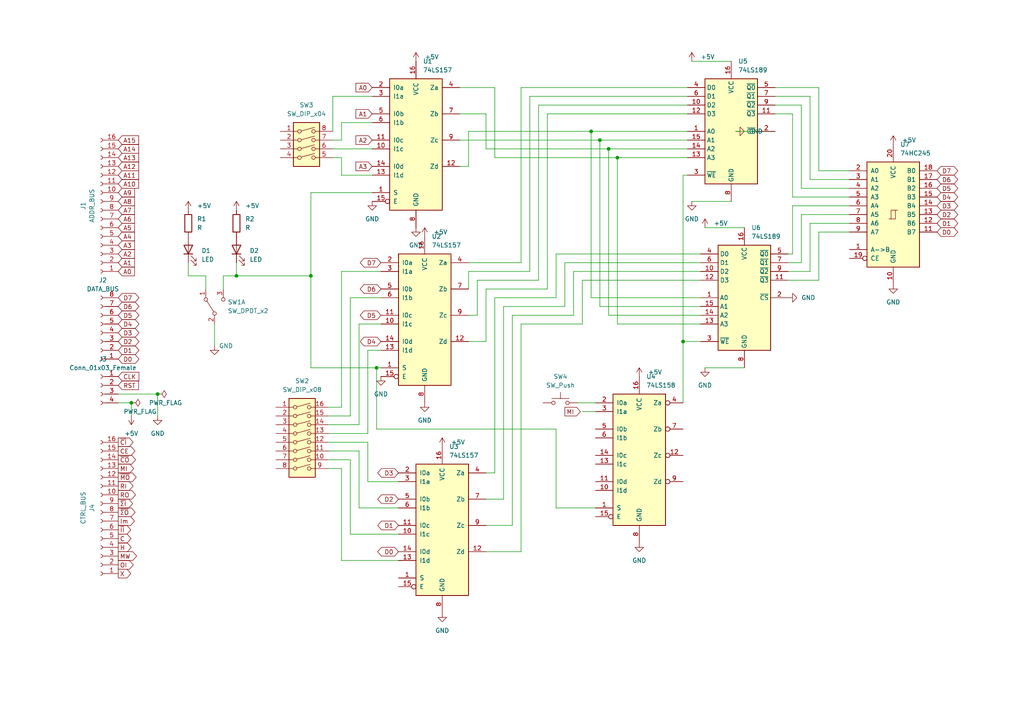
<source format=kicad_sch>
(kicad_sch (version 20211123) (generator eeschema)
  (paper "A4")
  (lib_symbols
    (symbol "74xx:74HC245" (pin_names (offset 1.016))
      (property "Reference" "U" (at -7.62 16.51 0))
      (property "Value" "74HC245" (at -7.62 -16.51 0))
      (symbol "74HC245_1_0"
        (polyline (pts (xy -0.635 -1.27) (xy -0.635 1.27) (xy 0.635 1.27)))
        (polyline (pts (xy -1.27 -1.27) (xy 0.635 -1.27) (xy 0.635 1.27) (xy 1.27 1.27)))
        (pin input line (at -12.7 -10.16 0) (length 5.08) (name "A->B") (number "1"))
        (pin power_in line (at 0 -20.32 90) (length 5.08) (name "GND") (number "10"))
        (pin tri_state line (at 12.7 -5.08 180) (length 5.08) (name "B7") (number "11"))
        (pin tri_state line (at 12.7 -2.54 180) (length 5.08) (name "B6") (number "12"))
        (pin tri_state line (at 12.7 0 180) (length 5.08) (name "B5") (number "13"))
        (pin tri_state line (at 12.7 2.54 180) (length 5.08) (name "B4") (number "14"))
        (pin tri_state line (at 12.7 5.08 180) (length 5.08) (name "B3") (number "15"))
        (pin tri_state line (at 12.7 7.62 180) (length 5.08) (name "B2") (number "16"))
        (pin tri_state line (at 12.7 10.16 180) (length 5.08) (name "B1") (number "17"))
        (pin tri_state line (at 12.7 12.7 180) (length 5.08) (name "B0") (number "18"))
        (pin input inverted (at -12.7 -12.7 0) (length 5.08) (name "CE") (number "19"))
        (pin tri_state line (at -12.7 12.7 0) (length 5.08) (name "A0") (number "2"))
        (pin power_in line (at 0 20.32 270) (length 5.08) (name "VCC") (number "20"))
        (pin tri_state line (at -12.7 10.16 0) (length 5.08) (name "A1") (number "3"))
        (pin tri_state line (at -12.7 7.62 0) (length 5.08) (name "A2") (number "4"))
        (pin tri_state line (at -12.7 5.08 0) (length 5.08) (name "A3") (number "5"))
        (pin tri_state line (at -12.7 2.54 0) (length 5.08) (name "A4") (number "6"))
        (pin tri_state line (at -12.7 0 0) (length 5.08) (name "A5") (number "7"))
        (pin tri_state line (at -12.7 -2.54 0) (length 5.08) (name "A6") (number "8"))
        (pin tri_state line (at -12.7 -5.08 0) (length 5.08) (name "A7") (number "9"))
      )
      (symbol "74HC245_1_1"
        (rectangle (start -7.62 15.24) (end 7.62 -15.24) (stroke (width 0.254)) (fill (type background)))
      )
    )
    (symbol "74xx:74LS157" (pin_names (offset 1.016))
      (property "Reference" "U" (at -7.62 19.05 0))
      (property "Value" "74LS157" (at -7.62 -21.59 0))
      (symbol "74LS157_1_0"
        (pin input line (at -12.7 -15.24 0) (length 5.08) (name "S") (number "1"))
        (pin input line (at -12.7 -2.54 0) (length 5.08) (name "I1c") (number "10"))
        (pin input line (at -12.7 0 0) (length 5.08) (name "I0c") (number "11"))
        (pin output line (at 12.7 -7.62 180) (length 5.08) (name "Zd") (number "12"))
        (pin input line (at -12.7 -10.16 0) (length 5.08) (name "I1d") (number "13"))
        (pin input line (at -12.7 -7.62 0) (length 5.08) (name "I0d") (number "14"))
        (pin input inverted (at -12.7 -17.78 0) (length 5.08) (name "E") (number "15"))
        (pin power_in line (at 0 22.86 270) (length 5.08) (name "VCC") (number "16"))
        (pin input line (at -12.7 15.24 0) (length 5.08) (name "I0a") (number "2"))
        (pin input line (at -12.7 12.7 0) (length 5.08) (name "I1a") (number "3"))
        (pin output line (at 12.7 15.24 180) (length 5.08) (name "Za") (number "4"))
        (pin input line (at -12.7 7.62 0) (length 5.08) (name "I0b") (number "5"))
        (pin input line (at -12.7 5.08 0) (length 5.08) (name "I1b") (number "6"))
        (pin output line (at 12.7 7.62 180) (length 5.08) (name "Zb") (number "7"))
        (pin power_in line (at 0 -25.4 90) (length 5.08) (name "GND") (number "8"))
        (pin output line (at 12.7 0 180) (length 5.08) (name "Zc") (number "9"))
      )
      (symbol "74LS157_1_1"
        (rectangle (start -7.62 17.78) (end 7.62 -20.32) (stroke (width 0.254)) (fill (type background)))
      )
    )
    (symbol "74xx:74LS158" (pin_names (offset 1.016))
      (property "Reference" "U" (at -7.62 19.05 0))
      (property "Value" "74LS158" (at -7.62 -21.59 0))
      (symbol "74LS158_1_0"
        (pin input line (at -12.7 -15.24 0) (length 5.08) (name "S") (number "1"))
        (pin input line (at -12.7 -10.16 0) (length 5.08) (name "I1d") (number "10"))
        (pin input line (at -12.7 -7.62 0) (length 5.08) (name "I0d") (number "11"))
        (pin output inverted (at 12.7 0 180) (length 5.08) (name "Zc") (number "12"))
        (pin input line (at -12.7 -2.54 0) (length 5.08) (name "I1c") (number "13"))
        (pin input line (at -12.7 0 0) (length 5.08) (name "I0c") (number "14"))
        (pin input inverted (at -12.7 -17.78 0) (length 5.08) (name "E") (number "15"))
        (pin power_in line (at 0 22.86 270) (length 5.08) (name "VCC") (number "16"))
        (pin input line (at -12.7 15.24 0) (length 5.08) (name "I0a") (number "2"))
        (pin input line (at -12.7 12.7 0) (length 5.08) (name "I1a") (number "3"))
        (pin output inverted (at 12.7 15.24 180) (length 5.08) (name "Za") (number "4"))
        (pin input line (at -12.7 7.62 0) (length 5.08) (name "I0b") (number "5"))
        (pin input line (at -12.7 5.08 0) (length 5.08) (name "I1b") (number "6"))
        (pin output inverted (at 12.7 7.62 180) (length 5.08) (name "Zb") (number "7"))
        (pin power_in line (at 0 -25.4 90) (length 5.08) (name "GND") (number "8"))
        (pin output inverted (at 12.7 -7.62 180) (length 5.08) (name "Zd") (number "9"))
      )
      (symbol "74LS158_1_1"
        (rectangle (start -7.62 17.78) (end 7.62 -20.32) (stroke (width 0.254)) (fill (type background)))
      )
    )
    (symbol "74xx:74LS189"
      (property "Reference" "U" (at -7.62 16.51 0))
      (property "Value" "74LS189" (at -7.62 -16.51 0))
      (symbol "74LS189_1_0"
        (pin input line (at -12.7 0 0) (length 5.08) (name "A0") (number "1"))
        (pin input line (at -12.7 7.62 0) (length 5.08) (name "D2") (number "10"))
        (pin output line (at 12.7 5.08 180) (length 5.08) (name "~{Q3}") (number "11"))
        (pin input line (at -12.7 5.08 0) (length 5.08) (name "D3") (number "12"))
        (pin input line (at -12.7 -7.62 0) (length 5.08) (name "A3") (number "13"))
        (pin input line (at -12.7 -5.08 0) (length 5.08) (name "A2") (number "14"))
        (pin input line (at -12.7 -2.54 0) (length 5.08) (name "A1") (number "15"))
        (pin power_in line (at 0 20.32 270) (length 5.08) (name "VCC") (number "16"))
        (pin output line (at 12.7 0 180) (length 5.08) (name "~{CS}") (number "2"))
        (pin input line (at -12.7 -12.7 0) (length 5.08) (name "~{WE}") (number "3"))
        (pin input line (at -12.7 12.7 0) (length 5.08) (name "D0") (number "4"))
        (pin output line (at 12.7 12.7 180) (length 5.08) (name "~{Q0}") (number "5"))
        (pin input line (at -12.7 10.16 0) (length 5.08) (name "D1") (number "6"))
        (pin output line (at 12.7 10.16 180) (length 5.08) (name "~{Q1}") (number "7"))
        (pin power_in line (at 0 -20.32 90) (length 5.08) (name "GND") (number "8"))
        (pin output line (at 12.7 7.62 180) (length 5.08) (name "~{Q2}") (number "9"))
      )
      (symbol "74LS189_1_1"
        (rectangle (start -7.62 15.24) (end 7.62 -15.24) (stroke (width 0.254)) (fill (type background)))
      )
    )
    (symbol "Connector:Conn_01x04_Female" (pin_names (offset 1.016) hide)
      (property "Reference" "J" (at 0 5.08 0))
      (property "Value" "Conn_01x04_Female" (at 0 -7.62 0))
      (symbol "Conn_01x04_Female_1_1"
        (arc (start 0 -4.572) (mid -0.508 -5.08) (end 0 -5.588) (stroke (width 0.1524)))
        (arc (start 0 -2.032) (mid -0.508 -2.54) (end 0 -3.048) (stroke (width 0.1524)))
        (polyline (pts (xy -1.27 -5.08) (xy -0.508 -5.08)) (stroke (width 0.1524)))
        (polyline (pts (xy -1.27 -2.54) (xy -0.508 -2.54)) (stroke (width 0.1524)))
        (polyline (pts (xy -1.27 0) (xy -0.508 0)) (stroke (width 0.1524)))
        (polyline (pts (xy -1.27 2.54) (xy -0.508 2.54)) (stroke (width 0.1524)))
        (arc (start 0 0.508) (mid -0.508 0) (end 0 -0.508) (stroke (width 0.1524)))
        (arc (start 0 3.048) (mid -0.508 2.54) (end 0 2.032) (stroke (width 0.1524)))
        (pin passive line (at -5.08 2.54 0) (length 3.81) (name "Pin_1") (number "1"))
        (pin passive line (at -5.08 0 0) (length 3.81) (name "Pin_2") (number "2"))
        (pin passive line (at -5.08 -2.54 0) (length 3.81) (name "Pin_3") (number "3"))
        (pin passive line (at -5.08 -5.08 0) (length 3.81) (name "Pin_4") (number "4"))
      )
    )
    (symbol "Connector:Conn_01x08_Female" (pin_names (offset 1.016) hide)
      (property "Reference" "J" (at 0 10.16 0))
      (property "Value" "Conn_01x08_Female" (at 0 -12.7 0))
      (symbol "Conn_01x08_Female_1_1"
        (arc (start 0 -9.652) (mid -0.508 -10.16) (end 0 -10.668) (stroke (width 0.1524)))
        (arc (start 0 -7.112) (mid -0.508 -7.62) (end 0 -8.128) (stroke (width 0.1524)))
        (arc (start 0 -4.572) (mid -0.508 -5.08) (end 0 -5.588) (stroke (width 0.1524)))
        (arc (start 0 -2.032) (mid -0.508 -2.54) (end 0 -3.048) (stroke (width 0.1524)))
        (polyline (pts (xy -1.27 -10.16) (xy -0.508 -10.16)) (stroke (width 0.1524)))
        (polyline (pts (xy -1.27 -7.62) (xy -0.508 -7.62)) (stroke (width 0.1524)))
        (polyline (pts (xy -1.27 -5.08) (xy -0.508 -5.08)) (stroke (width 0.1524)))
        (polyline (pts (xy -1.27 -2.54) (xy -0.508 -2.54)) (stroke (width 0.1524)))
        (polyline (pts (xy -1.27 0) (xy -0.508 0)) (stroke (width 0.1524)))
        (polyline (pts (xy -1.27 2.54) (xy -0.508 2.54)) (stroke (width 0.1524)))
        (polyline (pts (xy -1.27 5.08) (xy -0.508 5.08)) (stroke (width 0.1524)))
        (polyline (pts (xy -1.27 7.62) (xy -0.508 7.62)) (stroke (width 0.1524)))
        (arc (start 0 0.508) (mid -0.508 0) (end 0 -0.508) (stroke (width 0.1524)))
        (arc (start 0 3.048) (mid -0.508 2.54) (end 0 2.032) (stroke (width 0.1524)))
        (arc (start 0 5.588) (mid -0.508 5.08) (end 0 4.572) (stroke (width 0.1524)))
        (arc (start 0 8.128) (mid -0.508 7.62) (end 0 7.112) (stroke (width 0.1524)))
        (pin passive line (at -5.08 7.62 0) (length 3.81) (name "Pin_1") (number "1"))
        (pin passive line (at -5.08 5.08 0) (length 3.81) (name "Pin_2") (number "2"))
        (pin passive line (at -5.08 2.54 0) (length 3.81) (name "Pin_3") (number "3"))
        (pin passive line (at -5.08 0 0) (length 3.81) (name "Pin_4") (number "4"))
        (pin passive line (at -5.08 -2.54 0) (length 3.81) (name "Pin_5") (number "5"))
        (pin passive line (at -5.08 -5.08 0) (length 3.81) (name "Pin_6") (number "6"))
        (pin passive line (at -5.08 -7.62 0) (length 3.81) (name "Pin_7") (number "7"))
        (pin passive line (at -5.08 -10.16 0) (length 3.81) (name "Pin_8") (number "8"))
      )
    )
    (symbol "Connector:Conn_01x16_Female" (pin_names (offset 1.016) hide)
      (property "Reference" "J" (at 0 20.32 0))
      (property "Value" "Conn_01x16_Female" (at 0 -22.86 0))
      (symbol "Conn_01x16_Female_1_1"
        (arc (start 0 -19.812) (mid -0.508 -20.32) (end 0 -20.828) (stroke (width 0.1524)))
        (arc (start 0 -17.272) (mid -0.508 -17.78) (end 0 -18.288) (stroke (width 0.1524)))
        (arc (start 0 -14.732) (mid -0.508 -15.24) (end 0 -15.748) (stroke (width 0.1524)))
        (arc (start 0 -12.192) (mid -0.508 -12.7) (end 0 -13.208) (stroke (width 0.1524)))
        (arc (start 0 -9.652) (mid -0.508 -10.16) (end 0 -10.668) (stroke (width 0.1524)))
        (arc (start 0 -7.112) (mid -0.508 -7.62) (end 0 -8.128) (stroke (width 0.1524)))
        (arc (start 0 -4.572) (mid -0.508 -5.08) (end 0 -5.588) (stroke (width 0.1524)))
        (arc (start 0 -2.032) (mid -0.508 -2.54) (end 0 -3.048) (stroke (width 0.1524)))
        (polyline (pts (xy -1.27 -20.32) (xy -0.508 -20.32)) (stroke (width 0.1524)))
        (polyline (pts (xy -1.27 -17.78) (xy -0.508 -17.78)) (stroke (width 0.1524)))
        (polyline (pts (xy -1.27 -15.24) (xy -0.508 -15.24)) (stroke (width 0.1524)))
        (polyline (pts (xy -1.27 -12.7) (xy -0.508 -12.7)) (stroke (width 0.1524)))
        (polyline (pts (xy -1.27 -10.16) (xy -0.508 -10.16)) (stroke (width 0.1524)))
        (polyline (pts (xy -1.27 -7.62) (xy -0.508 -7.62)) (stroke (width 0.1524)))
        (polyline (pts (xy -1.27 -5.08) (xy -0.508 -5.08)) (stroke (width 0.1524)))
        (polyline (pts (xy -1.27 -2.54) (xy -0.508 -2.54)) (stroke (width 0.1524)))
        (polyline (pts (xy -1.27 0) (xy -0.508 0)) (stroke (width 0.1524)))
        (polyline (pts (xy -1.27 2.54) (xy -0.508 2.54)) (stroke (width 0.1524)))
        (polyline (pts (xy -1.27 5.08) (xy -0.508 5.08)) (stroke (width 0.1524)))
        (polyline (pts (xy -1.27 7.62) (xy -0.508 7.62)) (stroke (width 0.1524)))
        (polyline (pts (xy -1.27 10.16) (xy -0.508 10.16)) (stroke (width 0.1524)))
        (polyline (pts (xy -1.27 12.7) (xy -0.508 12.7)) (stroke (width 0.1524)))
        (polyline (pts (xy -1.27 15.24) (xy -0.508 15.24)) (stroke (width 0.1524)))
        (polyline (pts (xy -1.27 17.78) (xy -0.508 17.78)) (stroke (width 0.1524)))
        (arc (start 0 0.508) (mid -0.508 0) (end 0 -0.508) (stroke (width 0.1524)))
        (arc (start 0 3.048) (mid -0.508 2.54) (end 0 2.032) (stroke (width 0.1524)))
        (arc (start 0 5.588) (mid -0.508 5.08) (end 0 4.572) (stroke (width 0.1524)))
        (arc (start 0 8.128) (mid -0.508 7.62) (end 0 7.112) (stroke (width 0.1524)))
        (arc (start 0 10.668) (mid -0.508 10.16) (end 0 9.652) (stroke (width 0.1524)))
        (arc (start 0 13.208) (mid -0.508 12.7) (end 0 12.192) (stroke (width 0.1524)))
        (arc (start 0 15.748) (mid -0.508 15.24) (end 0 14.732) (stroke (width 0.1524)))
        (arc (start 0 18.288) (mid -0.508 17.78) (end 0 17.272) (stroke (width 0.1524)))
        (pin passive line (at -5.08 17.78 0) (length 3.81) (name "Pin_1") (number "1"))
        (pin passive line (at -5.08 -5.08 0) (length 3.81) (name "Pin_10") (number "10"))
        (pin passive line (at -5.08 -7.62 0) (length 3.81) (name "Pin_11") (number "11"))
        (pin passive line (at -5.08 -10.16 0) (length 3.81) (name "Pin_12") (number "12"))
        (pin passive line (at -5.08 -12.7 0) (length 3.81) (name "Pin_13") (number "13"))
        (pin passive line (at -5.08 -15.24 0) (length 3.81) (name "Pin_14") (number "14"))
        (pin passive line (at -5.08 -17.78 0) (length 3.81) (name "Pin_15") (number "15"))
        (pin passive line (at -5.08 -20.32 0) (length 3.81) (name "Pin_16") (number "16"))
        (pin passive line (at -5.08 15.24 0) (length 3.81) (name "Pin_2") (number "2"))
        (pin passive line (at -5.08 12.7 0) (length 3.81) (name "Pin_3") (number "3"))
        (pin passive line (at -5.08 10.16 0) (length 3.81) (name "Pin_4") (number "4"))
        (pin passive line (at -5.08 7.62 0) (length 3.81) (name "Pin_5") (number "5"))
        (pin passive line (at -5.08 5.08 0) (length 3.81) (name "Pin_6") (number "6"))
        (pin passive line (at -5.08 2.54 0) (length 3.81) (name "Pin_7") (number "7"))
        (pin passive line (at -5.08 0 0) (length 3.81) (name "Pin_8") (number "8"))
        (pin passive line (at -5.08 -2.54 0) (length 3.81) (name "Pin_9") (number "9"))
      )
    )
    (symbol "Device:LED" (pin_numbers hide) (pin_names (offset 1.016) hide)
      (property "Reference" "D" (at 0 2.54 0))
      (property "Value" "LED" (at 0 -2.54 0))
      (symbol "LED_0_1"
        (polyline (pts (xy -1.27 -1.27) (xy -1.27 1.27)) (stroke (width 0.254)))
        (polyline (pts (xy -1.27 0) (xy 1.27 0)))
        (polyline (pts (xy 1.27 -1.27) (xy 1.27 1.27) (xy -1.27 0) (xy 1.27 -1.27)) (stroke (width 0.254)))
        (polyline (pts (xy -3.048 -0.762) (xy -4.572 -2.286) (xy -3.81 -2.286) (xy -4.572 -2.286) (xy -4.572 -1.524)))
        (polyline (pts (xy -1.778 -0.762) (xy -3.302 -2.286) (xy -2.54 -2.286) (xy -3.302 -2.286) (xy -3.302 -1.524)))
      )
      (symbol "LED_1_1"
        (pin passive line (at -3.81 0 0) (length 2.54) (name "K") (number "1"))
        (pin passive line (at 3.81 0 180) (length 2.54) (name "A") (number "2"))
      )
    )
    (symbol "Device:R" (pin_numbers hide) (pin_names (offset 0))
      (property "Reference" "R" (at 2.032 0 90))
      (property "Value" "R" (at 0 0 90))
      (symbol "R_0_1"
        (rectangle (start -1.016 -2.54) (end 1.016 2.54) (stroke (width 0.254)))
      )
      (symbol "R_1_1"
        (pin passive line (at 0 3.81 270) (length 1.27) (name "~") (number "1"))
        (pin passive line (at 0 -3.81 90) (length 1.27) (name "~") (number "2"))
      )
    )
    (symbol "Switch:SW_DIP_x04" (pin_names (offset 0) hide)
      (property "Reference" "SW" (at 0 8.89 0))
      (property "Value" "SW_DIP_x04" (at 0 -6.35 0))
      (symbol "SW_DIP_x04_0_0"
        (circle (center -2.032 -2.54) (radius 0.508))
        (circle (center -2.032 0) (radius 0.508))
        (circle (center -2.032 2.54) (radius 0.508))
        (circle (center -2.032 5.08) (radius 0.508))
        (polyline (pts (xy -1.524 -2.3876) (xy 2.3622 -1.3462)))
        (polyline (pts (xy -1.524 0.127) (xy 2.3622 1.1684)))
        (polyline (pts (xy -1.524 2.667) (xy 2.3622 3.7084)))
        (polyline (pts (xy -1.524 5.207) (xy 2.3622 6.2484)))
        (circle (center 2.032 -2.54) (radius 0.508))
        (circle (center 2.032 0) (radius 0.508))
        (circle (center 2.032 2.54) (radius 0.508))
        (circle (center 2.032 5.08) (radius 0.508))
      )
      (symbol "SW_DIP_x04_0_1"
        (rectangle (start -3.81 7.62) (end 3.81 -5.08) (stroke (width 0.254)) (fill (type background)))
      )
      (symbol "SW_DIP_x04_1_1"
        (pin passive line (at -7.62 5.08 0) (length 5.08) (name "~") (number "1"))
        (pin passive line (at -7.62 2.54 0) (length 5.08) (name "~") (number "2"))
        (pin passive line (at -7.62 0 0) (length 5.08) (name "~") (number "3"))
        (pin passive line (at -7.62 -2.54 0) (length 5.08) (name "~") (number "4"))
        (pin passive line (at 7.62 -2.54 180) (length 5.08) (name "~") (number "5"))
        (pin passive line (at 7.62 0 180) (length 5.08) (name "~") (number "6"))
        (pin passive line (at 7.62 2.54 180) (length 5.08) (name "~") (number "7"))
        (pin passive line (at 7.62 5.08 180) (length 5.08) (name "~") (number "8"))
      )
    )
    (symbol "Switch:SW_DIP_x08" (pin_names (offset 0) hide)
      (property "Reference" "SW" (at 0 13.97 0))
      (property "Value" "SW_DIP_x08" (at 0 -11.43 0))
      (symbol "SW_DIP_x08_0_0"
        (circle (center -2.032 -7.62) (radius 0.508))
        (circle (center -2.032 -5.08) (radius 0.508))
        (circle (center -2.032 -2.54) (radius 0.508))
        (circle (center -2.032 0) (radius 0.508))
        (circle (center -2.032 2.54) (radius 0.508))
        (circle (center -2.032 5.08) (radius 0.508))
        (circle (center -2.032 7.62) (radius 0.508))
        (circle (center -2.032 10.16) (radius 0.508))
        (polyline (pts (xy -1.524 -7.4676) (xy 2.3622 -6.4262)))
        (polyline (pts (xy -1.524 -4.9276) (xy 2.3622 -3.8862)))
        (polyline (pts (xy -1.524 -2.3876) (xy 2.3622 -1.3462)))
        (polyline (pts (xy -1.524 0.127) (xy 2.3622 1.1684)))
        (polyline (pts (xy -1.524 2.667) (xy 2.3622 3.7084)))
        (polyline (pts (xy -1.524 5.207) (xy 2.3622 6.2484)))
        (polyline (pts (xy -1.524 7.747) (xy 2.3622 8.7884)))
        (polyline (pts (xy -1.524 10.287) (xy 2.3622 11.3284)))
        (circle (center 2.032 -7.62) (radius 0.508))
        (circle (center 2.032 -5.08) (radius 0.508))
        (circle (center 2.032 -2.54) (radius 0.508))
        (circle (center 2.032 0) (radius 0.508))
        (circle (center 2.032 2.54) (radius 0.508))
        (circle (center 2.032 5.08) (radius 0.508))
        (circle (center 2.032 7.62) (radius 0.508))
        (circle (center 2.032 10.16) (radius 0.508))
      )
      (symbol "SW_DIP_x08_0_1"
        (rectangle (start -3.81 12.7) (end 3.81 -10.16) (stroke (width 0.254)) (fill (type background)))
      )
      (symbol "SW_DIP_x08_1_1"
        (pin passive line (at -7.62 10.16 0) (length 5.08) (name "~") (number "1"))
        (pin passive line (at 7.62 -5.08 180) (length 5.08) (name "~") (number "10"))
        (pin passive line (at 7.62 -2.54 180) (length 5.08) (name "~") (number "11"))
        (pin passive line (at 7.62 0 180) (length 5.08) (name "~") (number "12"))
        (pin passive line (at 7.62 2.54 180) (length 5.08) (name "~") (number "13"))
        (pin passive line (at 7.62 5.08 180) (length 5.08) (name "~") (number "14"))
        (pin passive line (at 7.62 7.62 180) (length 5.08) (name "~") (number "15"))
        (pin passive line (at 7.62 10.16 180) (length 5.08) (name "~") (number "16"))
        (pin passive line (at -7.62 7.62 0) (length 5.08) (name "~") (number "2"))
        (pin passive line (at -7.62 5.08 0) (length 5.08) (name "~") (number "3"))
        (pin passive line (at -7.62 2.54 0) (length 5.08) (name "~") (number "4"))
        (pin passive line (at -7.62 0 0) (length 5.08) (name "~") (number "5"))
        (pin passive line (at -7.62 -2.54 0) (length 5.08) (name "~") (number "6"))
        (pin passive line (at -7.62 -5.08 0) (length 5.08) (name "~") (number "7"))
        (pin passive line (at -7.62 -7.62 0) (length 5.08) (name "~") (number "8"))
        (pin passive line (at 7.62 -7.62 180) (length 5.08) (name "~") (number "9"))
      )
    )
    (symbol "Switch:SW_DPDT_x2" (pin_names (offset 0) hide)
      (property "Reference" "SW" (at 0 4.318 0))
      (property "Value" "SW_DPDT_x2" (at 0 -5.08 0))
      (symbol "SW_DPDT_x2_0_0"
        (circle (center -2.032 0) (radius 0.508))
        (circle (center 2.032 -2.54) (radius 0.508))
      )
      (symbol "SW_DPDT_x2_0_1"
        (polyline (pts (xy -1.524 0.254) (xy 1.651 2.286)))
        (circle (center 2.032 2.54) (radius 0.508))
      )
      (symbol "SW_DPDT_x2_1_1"
        (pin passive line (at 5.08 2.54 180) (length 2.54) (name "A") (number "1"))
        (pin passive line (at -5.08 0 0) (length 2.54) (name "B") (number "2"))
        (pin passive line (at 5.08 -2.54 180) (length 2.54) (name "C") (number "3"))
      )
      (symbol "SW_DPDT_x2_2_1"
        (pin passive line (at 5.08 2.54 180) (length 2.54) (name "A") (number "4"))
        (pin passive line (at -5.08 0 0) (length 2.54) (name "B") (number "5"))
        (pin passive line (at 5.08 -2.54 180) (length 2.54) (name "C") (number "6"))
      )
    )
    (symbol "Switch:SW_Push" (pin_numbers hide) (pin_names (offset 1.016) hide)
      (property "Reference" "SW" (at 1.27 2.54 0))
      (property "Value" "SW_Push" (at 0 -1.524 0))
      (symbol "SW_Push_0_1"
        (circle (center -2.032 0) (radius 0.508))
        (polyline (pts (xy 0 1.27) (xy 0 3.048)))
        (polyline (pts (xy 2.54 1.27) (xy -2.54 1.27)))
        (circle (center 2.032 0) (radius 0.508))
        (pin passive line (at -5.08 0 0) (length 2.54) (name "1") (number "1"))
        (pin passive line (at 5.08 0 180) (length 2.54) (name "2") (number "2"))
      )
    )
    (symbol "power:+5V" (power) (pin_names (offset 0))
      (property "Value" "+5V" (at 0 3.556 0))
      (symbol "+5V_0_1"
        (polyline (pts (xy -0.762 1.27) (xy 0 2.54)))
        (polyline (pts (xy 0 0) (xy 0 2.54)))
        (polyline (pts (xy 0 2.54) (xy 0.762 1.27)))
      )
      (symbol "+5V_1_1"
        (pin power_in line (at 0 0 90) (length 0) hide (name "+5V") (number "1"))
      )
    )
    (symbol "power:GND" (power) (pin_names (offset 0))
      (property "Value" "GND" (at 0 -3.81 0))
      (symbol "GND_0_1"
        (polyline (pts (xy 0 0) (xy 0 -1.27) (xy 1.27 -1.27) (xy 0 -2.54) (xy -1.27 -1.27) (xy 0 -1.27)))
      )
      (symbol "GND_1_1"
        (pin power_in line (at 0 0 270) (length 0) hide (name "GND") (number "1"))
      )
    )
    (symbol "power:PWR_FLAG" (power) (pin_numbers hide) (pin_names (offset 0) hide)
      (property "Value" "PWR_FLAG" (at 0 3.81 0))
      (symbol "PWR_FLAG_0_0"
        (pin power_out line (at 0 0 90) (length 0) (name "pwr") (number "1"))
      )
      (symbol "PWR_FLAG_0_1"
        (polyline (pts (xy 0 0) (xy 0 1.27) (xy -1.016 1.905) (xy 0 2.54) (xy 1.016 1.905) (xy 0 1.27)))
      )
    )
  )
  (junction (at 176.53 43.18))
  (junction (at 90.17 80.01))
  (junction (at 179.07 45.72))
  (junction (at 173.99 40.64))
  (junction (at 198.12 99.06))
  (junction (at 109.22 106.68))
  (junction (at 38.1 116.84))
  (junction (at 171.45 38.1))
  (junction (at 68.58 80.01))
  (junction (at 45.72 114.3))
  (wire (pts (xy 146.05 144.78) (xy 146.05 88.9)))
  (wire (pts (xy 148.59 91.44) (xy 166.37 91.44)))
  (wire (pts (xy 151.13 25.4) (xy 199.39 25.4)))
  (wire (pts (xy 101.6 120.65) (xy 101.6 86.36)))
  (wire (pts (xy 151.13 160.02) (xy 151.13 93.98)))
  (wire (pts (xy 143.51 86.36) (xy 161.29 86.36)))
  (wire (pts (xy 135.89 99.06) (xy 140.97 99.06)))
  (wire (pts (xy 133.35 40.64) (xy 173.99 40.64)))
  (wire (pts (xy 156.21 30.48) (xy 199.39 30.48)))
  (wire (pts (xy 234.95 52.07) (xy 246.38 52.07)))
  (wire (pts (xy 148.59 152.4) (xy 148.59 91.44)))
  (wire (pts (xy 176.53 43.18) (xy 176.53 91.44)))
  (wire (pts (xy 138.43 81.28) (xy 156.21 81.28)))
  (wire (pts (xy 173.99 40.64) (xy 199.39 40.64)))
  (wire (pts (xy 161.29 147.32) (xy 172.72 147.32)))
  (wire (pts (xy 140.97 137.16) (xy 143.51 137.16)))
  (wire (pts (xy 229.87 59.69) (xy 246.38 59.69)))
  (wire (pts (xy 224.79 38.1) (xy 213.36 38.1)))
  (wire (pts (xy 106.68 125.73) (xy 106.68 101.6)))
  (wire (pts (xy 109.22 124.46) (xy 161.29 124.46)))
  (wire (pts (xy 135.89 83.82) (xy 135.89 78.74)))
  (wire (pts (xy 101.6 133.35) (xy 101.6 154.94)))
  (wire (pts (xy 237.49 25.4) (xy 237.49 49.53)))
  (wire (pts (xy 95.25 120.65) (xy 101.6 120.65)))
  (wire (pts (xy 168.91 93.98) (xy 168.91 81.28)))
  (wire (pts (xy 135.89 76.2) (xy 151.13 76.2)))
  (wire (pts (xy 161.29 73.66) (xy 161.29 86.36)))
  (wire (pts (xy 104.14 93.98) (xy 110.49 93.98)))
  (wire (pts (xy 158.75 33.02) (xy 158.75 83.82)))
  (wire (pts (xy 156.21 30.48) (xy 156.21 81.28)))
  (wire (pts (xy 215.9 106.68) (xy 204.47 106.68)))
  (wire (pts (xy 99.06 135.89) (xy 99.06 162.56)))
  (wire (pts (xy 140.97 83.82) (xy 158.75 83.82)))
  (wire (pts (xy 95.25 125.73) (xy 106.68 125.73)))
  (wire (pts (xy 203.2 99.06) (xy 198.12 99.06)))
  (wire (pts (xy 140.97 160.02) (xy 151.13 160.02)))
  (wire (pts (xy 232.41 54.61) (xy 246.38 54.61)))
  (wire (pts (xy 95.25 123.19) (xy 104.14 123.19)))
  (wire (pts (xy 99.06 40.64) (xy 99.06 35.56)))
  (wire (pts (xy 173.99 40.64) (xy 173.99 88.9)))
  (wire (pts (xy 198.12 50.8) (xy 198.12 99.06)))
  (wire (pts (xy 179.07 93.98) (xy 203.2 93.98)))
  (wire (pts (xy 166.37 91.44) (xy 166.37 78.74)))
  (wire (pts (xy 168.91 81.28) (xy 203.2 81.28)))
  (wire (pts (xy 106.68 139.7) (xy 115.57 139.7)))
  (wire (pts (xy 176.53 43.18) (xy 199.39 43.18)))
  (wire (pts (xy 224.79 25.4) (xy 237.49 25.4)))
  (wire (pts (xy 54.61 76.2) (xy 54.61 80.01)))
  (wire (pts (xy 34.29 116.84) (xy 38.1 116.84)))
  (wire (pts (xy 140.97 99.06) (xy 140.97 83.82)))
  (wire (pts (xy 179.07 45.72) (xy 179.07 93.98)))
  (wire (pts (xy 140.97 152.4) (xy 148.59 152.4)))
  (wire (pts (xy 228.6 78.74) (xy 234.95 78.74)))
  (wire (pts (xy 171.45 38.1) (xy 199.39 38.1)))
  (wire (pts (xy 228.6 73.66) (xy 229.87 73.66)))
  (wire (pts (xy 173.99 88.9) (xy 203.2 88.9)))
  (wire (pts (xy 171.45 38.1) (xy 171.45 86.36)))
  (wire (pts (xy 138.43 91.44) (xy 138.43 81.28)))
  (wire (pts (xy 106.68 128.27) (xy 106.68 139.7)))
  (wire (pts (xy 99.06 118.11) (xy 99.06 78.74)))
  (wire (pts (xy 45.72 114.3) (xy 45.72 120.65)))
  (wire (pts (xy 68.58 80.01) (xy 90.17 80.01)))
  (wire (pts (xy 158.75 33.02) (xy 199.39 33.02)))
  (wire (pts (xy 104.14 147.32) (xy 115.57 147.32)))
  (wire (pts (xy 229.87 33.02) (xy 229.87 57.15)))
  (wire (pts (xy 232.41 30.48) (xy 232.41 54.61)))
  (wire (pts (xy 106.68 101.6) (xy 110.49 101.6)))
  (wire (pts (xy 90.17 80.01) (xy 90.17 55.88)))
  (wire (pts (xy 90.17 80.01) (xy 90.17 106.68)))
  (wire (pts (xy 212.09 58.42) (xy 200.66 58.42)))
  (wire (pts (xy 90.17 106.68) (xy 109.22 106.68)))
  (wire (pts (xy 99.06 45.72) (xy 99.06 50.8)))
  (wire (pts (xy 64.77 83.82) (xy 64.77 80.01)))
  (wire (pts (xy 95.25 135.89) (xy 99.06 135.89)))
  (wire (pts (xy 166.37 78.74) (xy 203.2 78.74)))
  (wire (pts (xy 99.06 78.74) (xy 110.49 78.74)))
  (wire (pts (xy 104.14 123.19) (xy 104.14 93.98)))
  (wire (pts (xy 101.6 86.36) (xy 110.49 86.36)))
  (wire (pts (xy 215.9 66.04) (xy 204.47 66.04)))
  (wire (pts (xy 224.79 33.02) (xy 229.87 33.02)))
  (wire (pts (xy 95.25 128.27) (xy 106.68 128.27)))
  (wire (pts (xy 179.07 45.72) (xy 199.39 45.72)))
  (wire (pts (xy 143.51 45.72) (xy 179.07 45.72)))
  (wire (pts (xy 96.52 40.64) (xy 99.06 40.64)))
  (wire (pts (xy 198.12 99.06) (xy 198.12 116.84)))
  (wire (pts (xy 168.91 119.38) (xy 172.72 119.38)))
  (wire (pts (xy 96.52 38.1) (xy 96.52 27.94)))
  (wire (pts (xy 135.89 38.1) (xy 135.89 48.26)))
  (wire (pts (xy 95.25 133.35) (xy 101.6 133.35)))
  (wire (pts (xy 34.29 114.3) (xy 45.72 114.3)))
  (wire (pts (xy 140.97 33.02) (xy 140.97 43.18)))
  (wire (pts (xy 232.41 76.2) (xy 232.41 62.23)))
  (wire (pts (xy 163.83 76.2) (xy 203.2 76.2)))
  (wire (pts (xy 143.51 137.16) (xy 143.51 86.36)))
  (wire (pts (xy 96.52 27.94) (xy 107.95 27.94)))
  (wire (pts (xy 135.89 91.44) (xy 138.43 91.44)))
  (wire (pts (xy 146.05 88.9) (xy 163.83 88.9)))
  (wire (pts (xy 90.17 55.88) (xy 107.95 55.88)))
  (wire (pts (xy 224.79 30.48) (xy 232.41 30.48)))
  (wire (pts (xy 135.89 78.74) (xy 153.67 78.74)))
  (wire (pts (xy 237.49 67.31) (xy 246.38 67.31)))
  (wire (pts (xy 95.25 130.81) (xy 104.14 130.81)))
  (wire (pts (xy 54.61 80.01) (xy 59.69 80.01)))
  (wire (pts (xy 133.35 48.26) (xy 135.89 48.26)))
  (wire (pts (xy 224.79 27.94) (xy 234.95 27.94)))
  (wire (pts (xy 101.6 154.94) (xy 115.57 154.94)))
  (wire (pts (xy 143.51 45.72) (xy 143.51 25.4)))
  (wire (pts (xy 96.52 45.72) (xy 99.06 45.72)))
  (wire (pts (xy 140.97 43.18) (xy 176.53 43.18)))
  (wire (pts (xy 153.67 27.94) (xy 199.39 27.94)))
  (wire (pts (xy 143.51 25.4) (xy 133.35 25.4)))
  (wire (pts (xy 59.69 80.01) (xy 59.69 83.82)))
  (wire (pts (xy 167.64 116.84) (xy 172.72 116.84)))
  (wire (pts (xy 151.13 93.98) (xy 168.91 93.98)))
  (wire (pts (xy 68.58 80.01) (xy 68.58 76.2)))
  (wire (pts (xy 96.52 43.18) (xy 107.95 43.18)))
  (wire (pts (xy 133.35 33.02) (xy 140.97 33.02)))
  (wire (pts (xy 99.06 162.56) (xy 115.57 162.56)))
  (wire (pts (xy 234.95 64.77) (xy 246.38 64.77)))
  (wire (pts (xy 229.87 73.66) (xy 229.87 59.69)))
  (wire (pts (xy 109.22 106.68) (xy 109.22 124.46)))
  (wire (pts (xy 234.95 78.74) (xy 234.95 64.77)))
  (wire (pts (xy 234.95 27.94) (xy 234.95 52.07)))
  (wire (pts (xy 237.49 81.28) (xy 237.49 67.31)))
  (wire (pts (xy 199.39 50.8) (xy 198.12 50.8)))
  (wire (pts (xy 237.49 49.53) (xy 246.38 49.53)))
  (wire (pts (xy 171.45 38.1) (xy 135.89 38.1)))
  (wire (pts (xy 163.83 76.2) (xy 163.83 88.9)))
  (wire (pts (xy 109.22 106.68) (xy 110.49 106.68)))
  (wire (pts (xy 153.67 27.94) (xy 153.67 78.74)))
  (wire (pts (xy 176.53 91.44) (xy 203.2 91.44)))
  (wire (pts (xy 229.87 57.15) (xy 246.38 57.15)))
  (wire (pts (xy 62.23 100.33) (xy 62.23 93.98)))
  (wire (pts (xy 161.29 124.46) (xy 161.29 147.32)))
  (wire (pts (xy 99.06 35.56) (xy 107.95 35.56)))
  (wire (pts (xy 64.77 80.01) (xy 68.58 80.01)))
  (wire (pts (xy 151.13 25.4) (xy 151.13 76.2)))
  (wire (pts (xy 99.06 50.8) (xy 107.95 50.8)))
  (wire (pts (xy 228.6 76.2) (xy 232.41 76.2)))
  (wire (pts (xy 95.25 118.11) (xy 99.06 118.11)))
  (wire (pts (xy 104.14 130.81) (xy 104.14 147.32)))
  (wire (pts (xy 228.6 81.28) (xy 237.49 81.28)))
  (wire (pts (xy 161.29 73.66) (xy 203.2 73.66)))
  (wire (pts (xy 38.1 116.84) (xy 38.1 120.65)))
  (wire (pts (xy 140.97 144.78) (xy 146.05 144.78)))
  (wire (pts (xy 212.09 17.78) (xy 200.66 17.78)))
  (wire (pts (xy 232.41 62.23) (xy 246.38 62.23)))
  (wire (pts (xy 171.45 86.36) (xy 203.2 86.36)))
  (global_label "A0" (shape input) (at 107.95 25.4 180) (property "Intersheet References" "${INTERSHEET_REFS}" (effects hide)))
  (global_label "D2" (shape tri_state) (at 34.29 99.06 0) (property "Intersheet References" "${INTERSHEET_REFS}" (effects hide)))
  (global_label "D2" (shape tri_state) (at 115.57 144.78 180) (property "Intersheet References" "${INTERSHEET_REFS}" (effects hide)))
  (global_label "X" (shape output) (at 34.29 166.37 0) (property "Intersheet References" "${INTERSHEET_REFS}" (effects hide)))
  (global_label "A14" (shape input) (at 34.29 43.18 0) (property "Intersheet References" "${INTERSHEET_REFS}" (effects hide)))
  (global_label "A11" (shape input) (at 34.29 50.8 0) (property "Intersheet References" "${INTERSHEET_REFS}" (effects hide)))
  (global_label "D7" (shape tri_state) (at 271.78 49.53 0) (property "Intersheet References" "${INTERSHEET_REFS}" (effects hide)))
  (global_label "D0" (shape tri_state) (at 34.29 104.14 0) (property "Intersheet References" "${INTERSHEET_REFS}" (effects hide)))
  (global_label "D1" (shape tri_state) (at 271.78 64.77 0) (property "Intersheet References" "${INTERSHEET_REFS}" (effects hide)))
  (global_label "CLK" (shape input) (at 34.29 109.22 0) (property "Intersheet References" "${INTERSHEET_REFS}" (effects hide)))
  (global_label "A13" (shape input) (at 34.29 45.72 0) (property "Intersheet References" "${INTERSHEET_REFS}" (effects hide)))
  (global_label "D4" (shape tri_state) (at 271.78 57.15 0) (property "Intersheet References" "${INTERSHEET_REFS}" (effects hide)))
  (global_label "~{ΣO}" (shape output) (at 34.29 148.59 0) (property "Intersheet References" "${INTERSHEET_REFS}" (effects hide)))
  (global_label "~{MO}" (shape output) (at 34.29 138.43 0) (property "Intersheet References" "${INTERSHEET_REFS}" (effects hide)))
  (global_label "~{CI}" (shape output) (at 34.29 128.27 0) (property "Intersheet References" "${INTERSHEET_REFS}" (effects hide)))
  (global_label "D5" (shape tri_state) (at 110.49 91.44 180) (property "Intersheet References" "${INTERSHEET_REFS}" (effects hide)))
  (global_label "A15" (shape input) (at 34.29 40.64 0) (property "Intersheet References" "${INTERSHEET_REFS}" (effects hide)))
  (global_label "D3" (shape tri_state) (at 115.57 137.16 180) (property "Intersheet References" "${INTERSHEET_REFS}" (effects hide)))
  (global_label "MW" (shape output) (at 34.29 161.29 0) (property "Intersheet References" "${INTERSHEET_REFS}" (effects hide)))
  (global_label "A3" (shape input) (at 34.29 71.12 0) (property "Intersheet References" "${INTERSHEET_REFS}" (effects hide)))
  (global_label "A1" (shape input) (at 107.95 33.02 180) (property "Intersheet References" "${INTERSHEET_REFS}" (effects hide)))
  (global_label "D4" (shape tri_state) (at 110.49 99.06 180) (property "Intersheet References" "${INTERSHEET_REFS}" (effects hide)))
  (global_label "A12" (shape input) (at 34.29 48.26 0) (property "Intersheet References" "${INTERSHEET_REFS}" (effects hide)))
  (global_label "~{II}" (shape output) (at 34.29 153.67 0) (property "Intersheet References" "${INTERSHEET_REFS}" (effects hide)))
  (global_label "D1" (shape tri_state) (at 34.29 101.6 0) (property "Intersheet References" "${INTERSHEET_REFS}" (effects hide)))
  (global_label "D6" (shape tri_state) (at 34.29 88.9 0) (property "Intersheet References" "${INTERSHEET_REFS}" (effects hide)))
  (global_label "A4" (shape input) (at 34.29 68.58 0) (property "Intersheet References" "${INTERSHEET_REFS}" (effects hide)))
  (global_label "D0" (shape tri_state) (at 271.78 67.31 0) (property "Intersheet References" "${INTERSHEET_REFS}" (effects hide)))
  (global_label "C" (shape output) (at 34.29 156.21 0) (property "Intersheet References" "${INTERSHEET_REFS}" (effects hide)))
  (global_label "D5" (shape tri_state) (at 34.29 91.44 0) (property "Intersheet References" "${INTERSHEET_REFS}" (effects hide)))
  (global_label "A1" (shape input) (at 34.29 76.2 0) (property "Intersheet References" "${INTERSHEET_REFS}" (effects hide)))
  (global_label "A10" (shape input) (at 34.29 53.34 0) (property "Intersheet References" "${INTERSHEET_REFS}" (effects hide)))
  (global_label "CE" (shape output) (at 34.29 130.81 0) (property "Intersheet References" "${INTERSHEET_REFS}" (effects hide)))
  (global_label "D3" (shape tri_state) (at 34.29 96.52 0) (property "Intersheet References" "${INTERSHEET_REFS}" (effects hide)))
  (global_label "A3" (shape input) (at 107.95 48.26 180) (property "Intersheet References" "${INTERSHEET_REFS}" (effects hide)))
  (global_label "RST" (shape input) (at 34.29 111.76 0) (property "Intersheet References" "${INTERSHEET_REFS}" (effects hide)))
  (global_label "D6" (shape tri_state) (at 110.49 83.82 180) (property "Intersheet References" "${INTERSHEET_REFS}" (effects hide)))
  (global_label "D7" (shape tri_state) (at 34.29 86.36 0) (property "Intersheet References" "${INTERSHEET_REFS}" (effects hide)))
  (global_label "RI" (shape output) (at 34.29 140.97 0) (property "Intersheet References" "${INTERSHEET_REFS}" (effects hide)))
  (global_label "D4" (shape tri_state) (at 34.29 93.98 0) (property "Intersheet References" "${INTERSHEET_REFS}" (effects hide)))
  (global_label "D2" (shape tri_state) (at 271.78 62.23 0) (property "Intersheet References" "${INTERSHEET_REFS}" (effects hide)))
  (global_label "OI" (shape output) (at 34.29 163.83 0) (property "Intersheet References" "${INTERSHEET_REFS}" (effects hide)))
  (global_label "D6" (shape tri_state) (at 271.78 52.07 0) (property "Intersheet References" "${INTERSHEET_REFS}" (effects hide)))
  (global_label "D7" (shape tri_state) (at 110.49 76.2 180) (property "Intersheet References" "${INTERSHEET_REFS}" (effects hide)))
  (global_label "MI" (shape output) (at 163.83 119.38 0) (property "Intersheet References" "${INTERSHEET_REFS}" (effects hide)))
  (global_label "A5" (shape input) (at 34.29 66.04 0) (property "Intersheet References" "${INTERSHEET_REFS}" (effects hide)))
  (global_label "A2" (shape input) (at 107.95 40.64 180) (property "Intersheet References" "${INTERSHEET_REFS}" (effects hide)))
  (global_label "A8" (shape input) (at 34.29 58.42 0) (property "Intersheet References" "${INTERSHEET_REFS}" (effects hide)))
  (global_label "D0" (shape tri_state) (at 115.57 160.02 180) (property "Intersheet References" "${INTERSHEET_REFS}" (effects hide)))
  (global_label "A0" (shape input) (at 34.29 78.74 0) (property "Intersheet References" "${INTERSHEET_REFS}" (effects hide)))
  (global_label "~{CO}" (shape output) (at 34.29 133.35 0) (property "Intersheet References" "${INTERSHEET_REFS}" (effects hide)))
  (global_label "A2" (shape input) (at 34.29 73.66 0) (property "Intersheet References" "${INTERSHEET_REFS}" (effects hide)))
  (global_label "A9" (shape input) (at 34.29 55.88 0) (property "Intersheet References" "${INTERSHEET_REFS}" (effects hide)))
  (global_label "~{ΣI}" (shape output) (at 34.29 146.05 0) (property "Intersheet References" "${INTERSHEET_REFS}" (effects hide)))
  (global_label "RO" (shape output) (at 34.29 143.51 0) (property "Intersheet References" "${INTERSHEET_REFS}" (effects hide)))
  (global_label "A7" (shape input) (at 34.29 60.96 0) (property "Intersheet References" "${INTERSHEET_REFS}" (effects hide)))
  (global_label "MI" (shape output) (at 34.29 135.89 0) (property "Intersheet References" "${INTERSHEET_REFS}" (effects hide)))
  (global_label "A6" (shape input) (at 34.29 63.5 0) (property "Intersheet References" "${INTERSHEET_REFS}" (effects hide)))
  (global_label "D5" (shape tri_state) (at 271.78 54.61 0) (property "Intersheet References" "${INTERSHEET_REFS}" (effects hide)))
  (global_label "Im" (shape output) (at 34.29 151.13 0) (property "Intersheet References" "${INTERSHEET_REFS}" (effects hide)))
  (global_label "D3" (shape tri_state) (at 271.78 59.69 0) (property "Intersheet References" "${INTERSHEET_REFS}" (effects hide)))
  (global_label "H" (shape output) (at 34.29 158.75 0) (property "Intersheet References" "${INTERSHEET_REFS}" (effects hide)))
  (global_label "D1" (shape tri_state) (at 115.57 152.4 180) (property "Intersheet References" "${INTERSHEET_REFS}" (effects hide)))
  (symbol (lib_id "Connector:Conn_01x04_Female") (at 29.21 111.76 0) (mirror y) (unit 1)
    (property "Reference" "J3" (at 29.845 104.14 0))
    (property "Value" "Conn_01x03_Female" (at 29.845 106.68 0))
    (property "Footprint" "Connector_PinSocket_2.54mm:PinSocket_1x04_P2.54mm_Vertical" (effects hide))
  )
  (symbol (lib_id "Switch:SW_DIP_x04") (at 88.9 43.18 0) (unit 1)
    (property "Reference" "SW3" (at 88.9 30.48 0))
    (property "Value" "SW_DIP_x04" (at 88.9 33.02 0))
    (property "Footprint" "Package_DIP:DIP-8_W7.62mm" (effects hide))
  )
  (symbol (lib_id "power:GND") (at 45.72 120.65 0) (unit 1)
    (property "Reference" "#PWR0104" (effects hide))
    (property "Value" "GND" (at 45.72 125.73 0))
  )
  (symbol (lib_id "power:GND") (at 123.19 116.84 0) (unit 1)
    (property "Reference" "#PWR0106" (effects hide))
    (property "Value" "GND" (at 123.19 121.92 0))
  )
  (symbol (lib_id "power:+5V") (at 38.1 120.65 180) (unit 1)
    (property "Reference" "#PWR0105" (effects hide))
    (property "Value" "+5V" (at 38.1 125.73 0))
  )
  (symbol (lib_id "Connector:Conn_01x16_Female") (at 29.21 60.96 180) (unit 1)
    (property "Reference" "J1" (at 24.13 59.69 90))
    (property "Value" "ADDR_BUS" (at 26.67 59.69 90))
    (property "Footprint" "Connector_PinSocket_2.54mm:PinSocket_1x16_P2.54mm_Vertical" (effects hide))
  )
  (symbol (lib_id "power:+5V") (at 68.58 60.96 0) (unit 1)
    (property "Reference" "#PWR0103" (effects hide))
    (property "Value" "+5V" (at 71.12 59.6899 0) (effects (justify left)))
  )
  (symbol (lib_id "power:GND") (at 228.6 86.36 90) (unit 1)
    (property "Reference" "#PWR0119" (effects hide))
    (property "Value" "GND" (at 232.41 86.3599 90) (effects (justify right)))
  )
  (symbol (lib_id "power:+5V") (at 128.27 129.54 0) (unit 1)
    (property "Reference" "#PWR0113" (effects hide))
    (property "Value" "+5V" (at 130.81 128.2699 0) (effects (justify left)))
  )
  (symbol (lib_id "74xx:74LS157") (at 120.65 40.64 0) (unit 1)
    (property "Reference" "U1" (at 122.6694 17.78 0) (effects (justify left)))
    (property "Value" "74LS157" (at 122.6694 20.32 0) (effects (justify left)))
    (property "Footprint" "Package_DIP:DIP-16_W7.62mm" (effects hide))
    (property "Datasheet" "http://www.ti.com/lit/gpn/sn74LS157" (effects hide))
  )
  (symbol (lib_id "74xx:74LS157") (at 128.27 152.4 0) (unit 1)
    (property "Reference" "U3" (at 130.2894 129.54 0) (effects (justify left)))
    (property "Value" "74LS157" (at 130.2894 132.08 0) (effects (justify left)))
    (property "Footprint" "Package_DIP:DIP-16_W7.62mm" (effects hide))
    (property "Datasheet" "http://www.ti.com/lit/gpn/sn74LS157" (effects hide))
  )
  (symbol (lib_id "power:GND") (at 200.66 58.42 0) (unit 1)
    (property "Reference" "#PWR0123" (effects hide))
    (property "Value" "GND" (at 200.66 63.5 0))
  )
  (symbol (lib_id "power:+5V") (at 259.08 41.91 0) (unit 1)
    (property "Reference" "#PWR0114" (effects hide))
    (property "Value" "+5V" (at 261.62 40.6399 0) (effects (justify left)))
  )
  (symbol (lib_id "Device:LED") (at 68.58 72.39 90) (unit 1)
    (property "Reference" "D2" (at 72.39 72.7074 90) (effects (justify right)))
    (property "Value" "LED" (at 72.39 75.2474 90) (effects (justify right)))
    (property "Footprint" "LED_THT:LED_D3.0mm_Horizontal_O1.27mm_Z2.0mm" (effects hide))
  )
  (symbol (lib_id "power:GND") (at 110.49 109.22 0) (unit 1)
    (property "Reference" "#PWR0107" (effects hide))
    (property "Value" "GND" (at 110.49 114.3 0))
  )
  (symbol (lib_id "74xx:74LS157") (at 123.19 91.44 0) (unit 1)
    (property "Reference" "U2" (at 125.2094 68.58 0) (effects (justify left)))
    (property "Value" "74LS157" (at 125.2094 71.12 0) (effects (justify left)))
    (property "Footprint" "Package_DIP:DIP-16_W7.62mm" (effects hide))
    (property "Datasheet" "http://www.ti.com/lit/gpn/sn74LS157" (effects hide))
  )
  (symbol (lib_id "power:+5V") (at 200.66 17.78 0) (unit 1)
    (property "Reference" "#PWR0120" (effects hide))
    (property "Value" "+5V" (at 203.2 16.5099 0) (effects (justify left)))
  )
  (symbol (lib_id "power:GND") (at 259.08 82.55 0) (unit 1)
    (property "Reference" "#PWR0115" (effects hide))
    (property "Value" "GND" (at 259.08 87.63 0))
  )
  (symbol (lib_id "power:+5V") (at 204.47 66.04 0) (unit 1)
    (property "Reference" "#PWR0122" (effects hide))
    (property "Value" "+5V" (at 207.01 64.7699 0) (effects (justify left)))
  )
  (symbol (lib_id "Device:R") (at 68.58 64.77 0) (unit 1)
    (property "Reference" "R2" (at 71.12 63.4999 0) (effects (justify left)))
    (property "Value" "R" (at 71.12 66.0399 0) (effects (justify left)))
    (property "Footprint" "Resistor_SMD:R_0402_1005Metric" (effects hide))
  )
  (symbol (lib_id "Connector:Conn_01x08_Female") (at 29.21 96.52 180) (unit 1)
    (property "Reference" "J2" (at 29.845 81.28 0))
    (property "Value" "DATA_BUS" (at 29.845 83.82 0))
    (property "Footprint" "Connector_PinSocket_2.54mm:PinSocket_1x08_P2.54mm_Vertical" (effects hide))
  )
  (symbol (lib_id "power:GND") (at 204.47 106.68 0) (unit 1)
    (property "Reference" "#PWR0118" (effects hide))
    (property "Value" "GND" (at 204.47 111.76 0))
  )
  (symbol (lib_id "power:PWR_FLAG") (at 38.1 116.84 270) (unit 1)
    (property "Reference" "#FLG0102" (effects hide))
    (property "Value" "PWR_FLAG" (at 40.64 119.38 90))
  )
  (symbol (lib_id "74xx:74LS189") (at 212.09 38.1 0) (unit 1)
    (property "Reference" "U5" (at 214.1094 17.78 0) (effects (justify left)))
    (property "Value" "74LS189" (at 214.1094 20.32 0) (effects (justify left)))
    (property "Footprint" "Package_DIP:DIP-16_W7.62mm" (effects hide))
  )
  (symbol (lib_id "Switch:SW_DPDT_x2") (at 62.23 88.9 90) (unit 1)
    (property "Reference" "SW1" (at 66.04 87.6299 90) (effects (justify right)))
    (property "Value" "SW_DPDT_x2" (at 66.04 90.1699 90) (effects (justify right)))
    (property "Footprint" "Button_Switch_THT:SW_PUSH_6mm" (effects hide))
  )
  (symbol (lib_id "power:+5V") (at 120.65 17.78 0) (unit 1)
    (property "Reference" "#PWR0109" (effects hide))
    (property "Value" "+5V" (at 123.19 16.5099 0) (effects (justify left)))
  )
  (symbol (lib_id "Switch:SW_DIP_x08") (at 87.63 128.27 0) (unit 1)
    (property "Reference" "SW2" (at 87.63 110.49 0))
    (property "Value" "SW_DIP_x08" (at 87.63 113.03 0))
    (property "Footprint" "Package_DIP:DIP-16_W7.62mm" (effects hide))
  )
  (symbol (lib_id "Device:LED") (at 54.61 72.39 90) (unit 1)
    (property "Reference" "D1" (at 58.42 72.7074 90) (effects (justify right)))
    (property "Value" "LED" (at 58.42 75.2474 90) (effects (justify right)))
    (property "Footprint" "LED_THT:LED_D3.0mm_Horizontal_O1.27mm_Z2.0mm" (effects hide))
  )
  (symbol (lib_id "power:GND") (at 120.65 66.04 0) (unit 1)
    (property "Reference" "#PWR0110" (effects hide))
    (property "Value" "GND" (at 120.65 71.12 0))
  )
  (symbol (lib_id "power:+5V") (at 123.19 68.58 0) (unit 1)
    (property "Reference" "#PWR0111" (effects hide))
    (property "Value" "+5V" (at 125.73 67.3099 0) (effects (justify left)))
  )
  (symbol (lib_id "power:GND") (at 128.27 177.8 0) (unit 1)
    (property "Reference" "#PWR0112" (effects hide))
    (property "Value" "GND" (at 128.27 182.88 0))
  )
  (symbol (lib_id "power:GND") (at 213.36 38.1 90) (unit 1)
    (property "Reference" "#PWR0121" (effects hide))
    (property "Value" "GND" (at 217.17 38.0999 90) (effects (justify right)))
  )
  (symbol (lib_id "74xx:74LS158") (at 185.42 132.08 0) (unit 1)
    (property "Reference" "U4" (at 187.4394 109.22 0) (effects (justify left)))
    (property "Value" "74LS158" (at 187.4394 111.76 0) (effects (justify left)))
    (property "Footprint" "Package_DIP:DIP-16_W7.62mm" (effects hide))
    (property "Datasheet" "http://www.ti.com/lit/gpn/sn74LS158" (effects hide))
  )
  (symbol (lib_id "Connector:Conn_01x16_Female") (at 29.21 148.59 180) (unit 1)
    (property "Reference" "J4" (at 26.67 147.32 90))
    (property "Value" "CTRL_BUS" (at 24.13 147.32 90))
    (property "Footprint" "Connector_PinSocket_2.54mm:PinSocket_1x16_P2.54mm_Vertical" (effects hide))
  )
  (symbol (lib_id "power:GND") (at 107.95 58.42 0) (unit 1)
    (property "Reference" "#PWR0108" (effects hide))
    (property "Value" "GND" (at 107.95 63.5 0))
  )
  (symbol (lib_id "power:GND") (at 185.42 157.48 0) (unit 1)
    (property "Reference" "#PWR0117" (effects hide))
    (property "Value" "GND" (at 185.42 162.56 0))
  )
  (symbol (lib_id "Device:R") (at 54.61 64.77 0) (unit 1)
    (property "Reference" "R1" (at 57.15 63.4999 0) (effects (justify left)))
    (property "Value" "R" (at 57.15 66.0399 0) (effects (justify left)))
    (property "Footprint" "Resistor_SMD:R_0402_1005Metric" (effects hide))
  )
  (symbol (lib_id "74xx:74HC245") (at 259.08 62.23 0) (unit 1)
    (property "Reference" "U7" (at 261.0994 41.91 0) (effects (justify left)))
    (property "Value" "74HC245" (at 261.0994 44.45 0) (effects (justify left)))
    (property "Footprint" "Package_DIP:DIP-20_W7.62mm" (effects hide))
    (property "Datasheet" "http://www.ti.com/lit/gpn/sn74HC245" (effects hide))
  )
  (symbol (lib_id "power:GND") (at 62.23 100.33 0) (unit 1)
    (property "Reference" "#PWR0101" (effects hide))
    (property "Value" "GND" (at 63.5 100.33 0) (effects (justify left)))
  )
  (symbol (lib_id "power:PWR_FLAG") (at 45.72 114.3 270) (unit 1)
    (property "Reference" "#FLG0101" (effects hide))
    (property "Value" "PWR_FLAG" (at 43.18 116.84 90) (effects (justify left)))
  )
  (symbol (lib_id "Switch:SW_Push") (at 162.56 116.84 0) (unit 1)
    (property "Reference" "SW4" (at 162.56 109.22 0))
    (property "Value" "SW_Push" (at 162.56 111.76 0))
    (property "Footprint" "Button_Switch_THT:SW_Slide_1P2T_CK_OS102011MS2Q" (effects hide))
  )
  (symbol (lib_id "74xx:74LS189") (at 215.9 86.36 0) (unit 1)
    (property "Reference" "U6" (at 217.9194 66.04 0) (effects (justify left)))
    (property "Value" "74LS189" (at 217.9194 68.58 0) (effects (justify left)))
    (property "Footprint" "Package_DIP:DIP-16_W7.62mm" (effects hide))
  )
  (symbol (lib_id "power:+5V") (at 54.61 60.96 0) (unit 1)
    (property "Reference" "#PWR0102" (effects hide))
    (property "Value" "+5V" (at 57.15 59.6899 0) (effects (justify left)))
  )
  (symbol (lib_id "power:+5V") (at 185.42 109.22 0) (unit 1)
    (property "Reference" "#PWR0116" (effects hide))
    (property "Value" "+5V" (at 187.96 107.9499 0) (effects (justify left)))
  )
)
</source>
